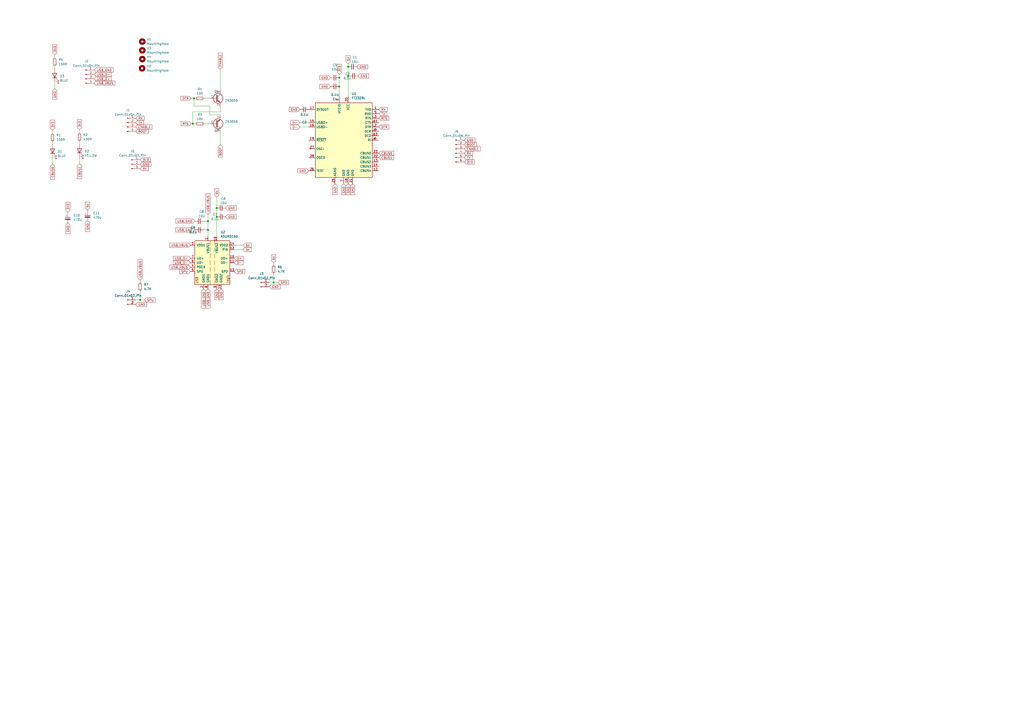
<source format=kicad_sch>
(kicad_sch (version 20231120) (generator "eeschema") (generator_version "8.0")
  (paper "A2")
  (lib_symbols
    (symbol "Connector:Conn_01x02_Pin" (pin_names (offset 1.016) hide)
      (property "Reference" "J" (at 0 2.54 0))
      (property "Value" "Conn_01x02_Pin" (at 0 -5.08 0))
      (symbol "Conn_01x02_Pin_1_1"
        (polyline (pts (xy 1.27 -2.54) (xy 0.8636 -2.54)) (stroke (width 0.1524)))
        (polyline (pts (xy 1.27 0) (xy 0.8636 0)) (stroke (width 0.1524)))
        (rectangle (start 0.8636 -2.413) (end 0 -2.667) (stroke (width 0.1524)) (fill (type outline)))
        (rectangle (start 0.8636 0.127) (end 0 -0.127) (stroke (width 0.1524)) (fill (type outline)))
        (pin passive line (at 5.08 0 180) (length 3.81) (name "Pin_1") (number "1"))
        (pin passive line (at 5.08 -2.54 180) (length 3.81) (name "Pin_2") (number "2"))
      )
    )
    (symbol "Connector:Conn_01x03_Pin" (pin_names (offset 1.016) hide)
      (property "Reference" "J" (at 0 5.08 0))
      (property "Value" "Conn_01x03_Pin" (at 0 -5.08 0))
      (symbol "Conn_01x03_Pin_1_1"
        (polyline (pts (xy 1.27 -2.54) (xy 0.8636 -2.54)) (stroke (width 0.1524)))
        (polyline (pts (xy 1.27 0) (xy 0.8636 0)) (stroke (width 0.1524)))
        (polyline (pts (xy 1.27 2.54) (xy 0.8636 2.54)) (stroke (width 0.1524)))
        (rectangle (start 0.8636 -2.413) (end 0 -2.667) (stroke (width 0.1524)) (fill (type outline)))
        (rectangle (start 0.8636 0.127) (end 0 -0.127) (stroke (width 0.1524)) (fill (type outline)))
        (rectangle (start 0.8636 2.667) (end 0 2.413) (stroke (width 0.1524)) (fill (type outline)))
        (pin passive line (at 5.08 2.54 180) (length 3.81) (name "Pin_1") (number "1"))
        (pin passive line (at 5.08 0 180) (length 3.81) (name "Pin_2") (number "2"))
        (pin passive line (at 5.08 -2.54 180) (length 3.81) (name "Pin_3") (number "3"))
      )
    )
    (symbol "Connector:Conn_01x04_Pin" (pin_names (offset 1.016) hide)
      (property "Reference" "J" (at 0 5.08 0))
      (property "Value" "Conn_01x04_Pin" (at 0 -7.62 0))
      (symbol "Conn_01x04_Pin_1_1"
        (polyline (pts (xy 1.27 -5.08) (xy 0.8636 -5.08)) (stroke (width 0.1524)))
        (polyline (pts (xy 1.27 -2.54) (xy 0.8636 -2.54)) (stroke (width 0.1524)))
        (polyline (pts (xy 1.27 0) (xy 0.8636 0)) (stroke (width 0.1524)))
        (polyline (pts (xy 1.27 2.54) (xy 0.8636 2.54)) (stroke (width 0.1524)))
        (rectangle (start 0.8636 -4.953) (end 0 -5.207) (stroke (width 0.1524)) (fill (type outline)))
        (rectangle (start 0.8636 -2.413) (end 0 -2.667) (stroke (width 0.1524)) (fill (type outline)))
        (rectangle (start 0.8636 0.127) (end 0 -0.127) (stroke (width 0.1524)) (fill (type outline)))
        (rectangle (start 0.8636 2.667) (end 0 2.413) (stroke (width 0.1524)) (fill (type outline)))
        (pin passive line (at 5.08 2.54 180) (length 3.81) (name "Pin_1") (number "1"))
        (pin passive line (at 5.08 0 180) (length 3.81) (name "Pin_2") (number "2"))
        (pin passive line (at 5.08 -2.54 180) (length 3.81) (name "Pin_3") (number "3"))
        (pin passive line (at 5.08 -5.08 180) (length 3.81) (name "Pin_4") (number "4"))
      )
    )
    (symbol "Connector:Conn_01x06_Pin" (pin_names (offset 1.016) hide)
      (property "Reference" "J" (at 0 7.62 0))
      (property "Value" "Conn_01x06_Pin" (at 0 -10.16 0))
      (symbol "Conn_01x06_Pin_1_1"
        (polyline (pts (xy 1.27 -7.62) (xy 0.8636 -7.62)) (stroke (width 0.1524)))
        (polyline (pts (xy 1.27 -5.08) (xy 0.8636 -5.08)) (stroke (width 0.1524)))
        (polyline (pts (xy 1.27 -2.54) (xy 0.8636 -2.54)) (stroke (width 0.1524)))
        (polyline (pts (xy 1.27 0) (xy 0.8636 0)) (stroke (width 0.1524)))
        (polyline (pts (xy 1.27 2.54) (xy 0.8636 2.54)) (stroke (width 0.1524)))
        (polyline (pts (xy 1.27 5.08) (xy 0.8636 5.08)) (stroke (width 0.1524)))
        (rectangle (start 0.8636 -7.493) (end 0 -7.747) (stroke (width 0.1524)) (fill (type outline)))
        (rectangle (start 0.8636 -4.953) (end 0 -5.207) (stroke (width 0.1524)) (fill (type outline)))
        (rectangle (start 0.8636 -2.413) (end 0 -2.667) (stroke (width 0.1524)) (fill (type outline)))
        (rectangle (start 0.8636 0.127) (end 0 -0.127) (stroke (width 0.1524)) (fill (type outline)))
        (rectangle (start 0.8636 2.667) (end 0 2.413) (stroke (width 0.1524)) (fill (type outline)))
        (rectangle (start 0.8636 5.207) (end 0 4.953) (stroke (width 0.1524)) (fill (type outline)))
        (pin passive line (at 5.08 5.08 180) (length 3.81) (name "Pin_1") (number "1"))
        (pin passive line (at 5.08 2.54 180) (length 3.81) (name "Pin_2") (number "2"))
        (pin passive line (at 5.08 0 180) (length 3.81) (name "Pin_3") (number "3"))
        (pin passive line (at 5.08 -2.54 180) (length 3.81) (name "Pin_4") (number "4"))
        (pin passive line (at 5.08 -5.08 180) (length 3.81) (name "Pin_5") (number "5"))
        (pin passive line (at 5.08 -7.62 180) (length 3.81) (name "Pin_6") (number "6"))
      )
    )
    (symbol "Device:C_Polarized_Small" (pin_numbers hide) (pin_names (offset 0.254) hide)
      (property "Reference" "C" (at 0.254 1.778 0))
      (property "Value" "C_Polarized_Small" (at 0.254 -2.032 0))
      (symbol "C_Polarized_Small_0_1"
        (rectangle (start -1.524 -0.3048) (end 1.524 -0.6858) (fill (type outline)))
        (rectangle (start -1.524 0.6858) (end 1.524 0.3048))
        (polyline (pts (xy -1.27 1.524) (xy -0.762 1.524)))
        (polyline (pts (xy -1.016 1.27) (xy -1.016 1.778)))
      )
      (symbol "C_Polarized_Small_1_1"
        (pin passive line (at 0 2.54 270) (length 1.8542) (name "~") (number "1"))
        (pin passive line (at 0 -2.54 90) (length 1.8542) (name "~") (number "2"))
      )
    )
    (symbol "Device:C_Small" (pin_numbers hide) (pin_names (offset 0.254) hide)
      (property "Reference" "C" (at 0.254 1.778 0))
      (property "Value" "C_Small" (at 0.254 -2.032 0))
      (symbol "C_Small_0_1"
        (polyline (pts (xy -1.524 -0.508) (xy 1.524 -0.508)) (stroke (width 0.3302)))
        (polyline (pts (xy -1.524 0.508) (xy 1.524 0.508)) (stroke (width 0.3048)))
      )
      (symbol "C_Small_1_1"
        (pin passive line (at 0 2.54 270) (length 2.032) (name "~") (number "1"))
        (pin passive line (at 0 -2.54 90) (length 2.032) (name "~") (number "2"))
      )
    )
    (symbol "Device:LED" (pin_numbers hide) (pin_names (offset 1.016) hide)
      (property "Reference" "D" (at 0 2.54 0))
      (property "Value" "LED" (at 0 -2.54 0))
      (symbol "LED_0_1"
        (polyline (pts (xy -1.27 -1.27) (xy -1.27 1.27)) (stroke (width 0.254)))
        (polyline (pts (xy -1.27 0) (xy 1.27 0)))
        (polyline (pts (xy 1.27 -1.27) (xy 1.27 1.27) (xy -1.27 0) (xy 1.27 -1.27)) (stroke (width 0.254)))
        (polyline (pts (xy -3.048 -0.762) (xy -4.572 -2.286) (xy -3.81 -2.286) (xy -4.572 -2.286) (xy -4.572 -1.524)))
        (polyline (pts (xy -1.778 -0.762) (xy -3.302 -2.286) (xy -2.54 -2.286) (xy -3.302 -2.286) (xy -3.302 -1.524)))
      )
      (symbol "LED_1_1"
        (pin passive line (at -3.81 0 0) (length 2.54) (name "K") (number "1"))
        (pin passive line (at 3.81 0 180) (length 2.54) (name "A") (number "2"))
      )
    )
    (symbol "Device:R_Small" (pin_numbers hide) (pin_names (offset 0.254) hide)
      (property "Reference" "R" (at 0.762 0.508 0))
      (property "Value" "R_Small" (at 0.762 -1.016 0))
      (symbol "R_Small_0_1"
        (rectangle (start -0.762 1.778) (end 0.762 -1.778) (stroke (width 0.2032)))
      )
      (symbol "R_Small_1_1"
        (pin passive line (at 0 2.54 270) (length 0.762) (name "~") (number "1"))
        (pin passive line (at 0 -2.54 90) (length 0.762) (name "~") (number "2"))
      )
    )
    (symbol "Interface_USB:ADUM3160" (pin_names (offset 1.016))
      (property "Reference" "U" (at -10.16 13.97 0))
      (property "Value" "ADUM3160" (at 3.81 13.97 0))
      (symbol "ADUM3160_0_0"
        (text "Logic" (at 8.89 -12.065 900) (effects (font (size 1.27 1.27)) (justify left)))
      )
      (symbol "ADUM3160_0_1"
        (rectangle (start -10.16 12.7) (end 10.16 -12.7) (stroke (width 0.254)) (fill (type background)))
        (polyline (pts (xy -1.27 -10.16) (xy -1.27 -12.7)))
        (polyline (pts (xy -1.27 -6.35) (xy -1.27 -8.89)))
        (polyline (pts (xy -1.27 -2.54) (xy -1.27 -5.08)))
        (polyline (pts (xy -1.27 1.27) (xy -1.27 -1.27)))
        (polyline (pts (xy -1.27 5.08) (xy -1.27 2.54)))
        (polyline (pts (xy -1.27 8.89) (xy -1.27 6.35)))
        (polyline (pts (xy -1.27 12.7) (xy -1.27 10.16)))
        (polyline (pts (xy 1.27 -10.16) (xy 1.27 -12.7)))
        (polyline (pts (xy 1.27 -6.35) (xy 1.27 -8.89)))
        (polyline (pts (xy 1.27 -2.54) (xy 1.27 -5.08)))
        (polyline (pts (xy 1.27 1.27) (xy 1.27 -1.27)))
        (polyline (pts (xy 1.27 5.08) (xy 1.27 2.54)))
        (polyline (pts (xy 1.27 8.89) (xy 1.27 6.35)))
        (polyline (pts (xy 1.27 12.7) (xy 1.27 10.16)))
      )
      (symbol "ADUM3160_1_0"
        (text "USB" (at -8.89 -12.065 900) (effects (font (size 1.27 1.27)) (justify left)))
      )
      (symbol "ADUM3160_1_1"
        (pin power_in line (at -2.54 15.24 270) (length 2.54) (name "VBUS1") (number "1"))
        (pin bidirectional line (at 12.7 2.54 180) (length 2.54) (name "DD+") (number "10"))
        (pin bidirectional line (at 12.7 0 180) (length 2.54) (name "DD-") (number "11"))
        (pin input line (at 12.7 7.62 180) (length 2.54) (name "PIN") (number "12"))
        (pin input line (at 12.7 -5.08 180) (length 2.54) (name "SPD") (number "13"))
        (pin power_in line (at 12.7 10.16 180) (length 2.54) (name "VDD2") (number "14"))
        (pin power_in line (at 5.08 -15.24 90) (length 2.54) (name "GND2") (number "15"))
        (pin power_in line (at 2.54 15.24 270) (length 2.54) (name "VBUS2") (number "16"))
        (pin power_in line (at -5.08 -15.24 90) (length 2.54) (name "GND1") (number "2"))
        (pin power_in line (at -12.7 10.16 0) (length 2.54) (name "VDD1") (number "3"))
        (pin input line (at -12.7 -2.54 0) (length 2.54) (name "PDEN") (number "4"))
        (pin input line (at -12.7 -5.08 0) (length 2.54) (name "SPU") (number "5"))
        (pin bidirectional line (at -12.7 0 0) (length 2.54) (name "UD-") (number "6"))
        (pin bidirectional line (at -12.7 2.54 0) (length 2.54) (name "UD+") (number "7"))
        (pin power_in line (at -2.54 -15.24 90) (length 2.54) (name "GND1") (number "8"))
        (pin power_in line (at 2.54 -15.24 90) (length 2.54) (name "GND2") (number "9"))
      )
    )
    (symbol "Interface_USB:FT232RL"
      (property "Reference" "U" (at -16.51 22.86 0))
      (property "Value" "FT232RL" (at 10.16 22.86 0))
      (symbol "FT232RL_0_1"
        (rectangle (start -16.51 21.59) (end 16.51 -21.59) (stroke (width 0.254)) (fill (type background)))
      )
      (symbol "FT232RL_1_1"
        (pin output line (at 20.32 17.78 180) (length 3.81) (name "TXD") (number "1"))
        (pin input input_low (at 20.32 2.54 180) (length 3.81) (name "DCD") (number "10"))
        (pin input input_low (at 20.32 10.16 180) (length 3.81) (name "CTS") (number "11"))
        (pin bidirectional line (at 20.32 -17.78 180) (length 3.81) (name "CBUS4") (number "12"))
        (pin bidirectional line (at 20.32 -12.7 180) (length 3.81) (name "CBUS2") (number "13"))
        (pin bidirectional line (at 20.32 -15.24 180) (length 3.81) (name "CBUS3") (number "14"))
        (pin bidirectional line (at -20.32 10.16 0) (length 3.81) (name "USBD+") (number "15"))
        (pin bidirectional line (at -20.32 7.62 0) (length 3.81) (name "USBD-") (number "16"))
        (pin power_out line (at -20.32 17.78 0) (length 3.81) (name "3V3OUT") (number "17"))
        (pin power_in line (at 2.54 -25.4 90) (length 3.81) (name "GND") (number "18"))
        (pin input line (at -20.32 0 0) (length 3.81) (name "~{RESET}") (number "19"))
        (pin output output_low (at 20.32 7.62 180) (length 3.81) (name "DTR") (number "2"))
        (pin power_in line (at 2.54 25.4 270) (length 3.81) (name "VCC") (number "20"))
        (pin power_in line (at 5.08 -25.4 90) (length 3.81) (name "GND") (number "21"))
        (pin bidirectional line (at 20.32 -10.16 180) (length 3.81) (name "CBUS1") (number "22"))
        (pin bidirectional line (at 20.32 -7.62 180) (length 3.81) (name "CBUS0") (number "23"))
        (pin power_in line (at -5.08 -25.4 90) (length 3.81) (name "AGND") (number "25"))
        (pin input line (at -20.32 -17.78 0) (length 3.81) (name "TEST") (number "26"))
        (pin input line (at -20.32 -5.08 0) (length 3.81) (name "OSCI") (number "27"))
        (pin output line (at -20.32 -10.16 0) (length 3.81) (name "OSCO") (number "28"))
        (pin output output_low (at 20.32 12.7 180) (length 3.81) (name "RTS") (number "3"))
        (pin power_in line (at -2.54 25.4 270) (length 3.81) (name "VCCIO") (number "4"))
        (pin input line (at 20.32 15.24 180) (length 3.81) (name "RXD") (number "5"))
        (pin input input_low (at 20.32 0 180) (length 3.81) (name "RI") (number "6"))
        (pin power_in line (at 0 -25.4 90) (length 3.81) (name "GND") (number "7"))
        (pin input input_low (at 20.32 5.08 180) (length 3.81) (name "DCR") (number "9"))
      )
    )
    (symbol "Mechanical:MountingHole" (pin_names (offset 1.016))
      (property "Reference" "H" (at 0 5.08 0))
      (property "Value" "MountingHole" (at 0 3.175 0))
      (symbol "MountingHole_0_1"
        (circle (center 0 0) (radius 1.27) (stroke (width 1.27)))
      )
    )
    (symbol "Transistor_BJT:2N3055" (pin_names (offset 0) hide)
      (property "Reference" "Q" (at 5.08 1.905 0))
      (property "Value" "2N3055" (at 5.08 0 0))
      (symbol "2N3055_0_1"
        (polyline (pts (xy 0.635 0.635) (xy 2.54 2.54)))
        (polyline (pts (xy 0.635 -0.635) (xy 2.54 -2.54) (xy 2.54 -2.54)))
        (polyline (pts (xy 0.635 1.905) (xy 0.635 -1.905) (xy 0.635 -1.905)) (stroke (width 0.508)))
        (polyline (pts (xy 1.27 -1.778) (xy 1.778 -1.27) (xy 2.286 -2.286) (xy 1.27 -1.778) (xy 1.27 -1.778)) (fill (type outline)))
        (circle (center 1.27 0) (radius 2.8194) (stroke (width 0.254)))
      )
      (symbol "2N3055_1_1"
        (pin input line (at -5.08 0 0) (length 5.715) (name "B") (number "1"))
        (pin passive line (at 2.54 -5.08 90) (length 2.54) (name "E") (number "2"))
        (pin passive line (at 2.54 5.08 270) (length 2.54) (name "C") (number "3"))
      )
    )
  )
  (junction (at 111.8931 71.7787))
  (junction (at 125.73 120.65))
  (junction (at 201.93 44.069))
  (junction (at 158.75 163.83))
  (junction (at 201.93 38.735))
  (junction (at 120.65 128.27))
  (junction (at 81.28 173.99))
  (junction (at 196.85 45.085))
  (junction (at 125.73 125.73))
  (junction (at 120.65 133.35))
  (junction (at 196.85 50.165))
  (junction (at 112.5281 57.0467))
  (wire (pts (xy 46.101 94.996) (xy 46.101 91.186)))
  (wire (pts (xy 121.6721 66.6987) (xy 121.6721 61.4917)))
  (wire (pts (xy 120.65 128.27) (xy 120.65 133.35)))
  (wire (pts (xy 173.99 73.66) (xy 179.07 73.66)))
  (wire (pts (xy 202.565 44.069) (xy 201.93 44.069)))
  (wire (pts (xy 30.48 77.216) (xy 30.48 75.565)))
  (wire (pts (xy 196.85 45.085) (xy 196.85 50.165)))
  (wire (pts (xy 46.101 83.566) (xy 46.101 82.042)))
  (wire (pts (xy 125.73 120.65) (xy 125.73 125.73)))
  (wire (pts (xy 30.48 95.25) (xy 30.48 91.44)))
  (wire (pts (xy 30.48 83.82) (xy 30.48 82.296)))
  (wire (pts (xy 111.8931 64.9207) (xy 127.7681 64.9207)))
  (wire (pts (xy 173.99 71.12) (xy 179.07 71.12)))
  (wire (pts (xy 31.75 40.005) (xy 31.75 38.481)))
  (wire (pts (xy 127.7681 40.1557) (xy 127.7681 51.9667)))
  (wire (pts (xy 158.75 158.75) (xy 158.75 163.83)))
  (wire (pts (xy 112.5281 57.0467) (xy 113.4171 57.0467)))
  (wire (pts (xy 31.75 33.401) (xy 31.75 31.75)))
  (wire (pts (xy 118.4971 57.0467) (xy 120.1481 57.0467)))
  (wire (pts (xy 140.97 144.78) (xy 135.89 144.78)))
  (wire (pts (xy 196.85 43.18) (xy 196.85 45.085)))
  (wire (pts (xy 161.29 163.83) (xy 158.75 163.83)))
  (wire (pts (xy 31.75 51.435) (xy 31.75 47.625)))
  (wire (pts (xy 158.75 163.83) (xy 156.21 163.83)))
  (wire (pts (xy 120.65 133.35) (xy 120.65 137.16)))
  (wire (pts (xy 81.28 162.56) (xy 81.28 163.83)))
  (wire (pts (xy 112.5281 57.0467) (xy 112.5281 61.4917)))
  (wire (pts (xy 118.11 133.35) (xy 120.65 133.35)))
  (wire (pts (xy 81.28 168.91) (xy 81.28 173.99)))
  (wire (pts (xy 46.101 76.962) (xy 46.101 75.311)))
  (wire (pts (xy 50.8 121.92) (xy 50.8 122.936)))
  (wire (pts (xy 127.7681 62.1267) (xy 127.7681 64.9207)))
  (wire (pts (xy 111.8931 71.7787) (xy 113.4171 71.7787)))
  (wire (pts (xy 201.93 44.069) (xy 201.93 55.88)))
  (wire (pts (xy 110.8771 71.7787) (xy 111.8931 71.7787)))
  (wire (pts (xy 158.75 152.4) (xy 158.75 153.67)))
  (wire (pts (xy 111.8931 64.9207) (xy 111.8931 71.7787)))
  (wire (pts (xy 125.73 125.73) (xy 125.73 137.16)))
  (wire (pts (xy 125.73 114.3) (xy 125.73 120.65)))
  (wire (pts (xy 39.37 123.19) (xy 39.37 124.206)))
  (wire (pts (xy 83.82 173.99) (xy 81.28 173.99)))
  (wire (pts (xy 81.28 173.99) (xy 78.74 173.99)))
  (wire (pts (xy 120.65 124.46) (xy 120.65 128.27)))
  (wire (pts (xy 140.97 142.24) (xy 135.89 142.24)))
  (wire (pts (xy 110.8771 57.0467) (xy 112.5281 57.0467)))
  (wire (pts (xy 196.85 50.165) (xy 196.85 55.88)))
  (wire (pts (xy 201.93 38.735) (xy 201.93 44.069)))
  (wire (pts (xy 201.93 36.957) (xy 201.93 38.735)))
  (wire (pts (xy 127.7681 76.8587) (xy 127.7681 83.9707)))
  (wire (pts (xy 118.11 128.27) (xy 120.65 128.27)))
  (wire (pts (xy 112.5281 61.4917) (xy 121.6721 61.4917)))
  (wire (pts (xy 127.7681 66.6987) (xy 121.6721 66.6987)))
  (wire (pts (xy 118.4971 71.7787) (xy 120.1481 71.7787)))
  (global_label "GND" (shape input) (at 31.75 51.435 270) (property "Intersheetrefs" "${INTERSHEET_REFS}" (effects (hide yes))))
  (global_label "3V3" (shape input) (at 39.37 123.19 90) (property "Intersheetrefs" "${INTERSHEET_REFS}" (effects (hide yes))))
  (global_label "GND" (shape input) (at 194.31 106.68 270) (property "Intersheetrefs" "${INTERSHEET_REFS}" (effects (hide yes))))
  (global_label "USB_D-" (shape input) (at 54.61 43.18 0) (property "Intersheetrefs" "${INTERSHEET_REFS}" (effects (hide yes))))
  (global_label "DTR" (shape input) (at 110.8771 57.0467 180) (property "Intersheetrefs" "${INTERSHEET_REFS}" (effects (hide yes))))
  (global_label "CBUS1" (shape input) (at 219.71 91.44 0) (property "Intersheetrefs" "${INTERSHEET_REFS}" (effects (hide yes))))
  (global_label "USB_GND" (shape input) (at 113.03 128.27 180) (property "Intersheetrefs" "${INTERSHEET_REFS}" (effects (hide yes))))
  (global_label "RX" (shape input) (at 219.71 63.5 0) (property "Intersheetrefs" "${INTERSHEET_REFS}" (effects (hide yes))))
  (global_label "3V3" (shape input) (at 196.85 43.18 90) (property "Intersheetrefs" "${INTERSHEET_REFS}" (effects (hide yes))))
  (global_label "3V3" (shape input) (at 81.28 92.71 0) (property "Intersheetrefs" "${INTERSHEET_REFS}" (effects (hide yes))))
  (global_label "ENABLE" (shape input) (at 269.24 86.36 0) (property "Intersheetrefs" "${INTERSHEET_REFS}" (effects (hide yes))))
  (global_label "GND" (shape input) (at 207.01 38.735 0) (property "Intersheetrefs" "${INTERSHEET_REFS}" (effects (hide yes))))
  (global_label "RTS" (shape input) (at 110.8771 71.7787 180) (property "Intersheetrefs" "${INTERSHEET_REFS}" (effects (hide yes))))
  (global_label "GND" (shape input) (at 179.07 99.06 180) (property "Intersheetrefs" "${INTERSHEET_REFS}" (effects (hide yes))))
  (global_label "GND" (shape input) (at 130.81 120.65 0) (property "Intersheetrefs" "${INTERSHEET_REFS}" (effects (hide yes))))
  (global_label "ENABLE" (shape input) (at 127.7681 40.1557 90) (property "Intersheetrefs" "${INTERSHEET_REFS}" (effects (hide yes))))
  (global_label "GND" (shape input) (at 128.27 167.64 270) (property "Intersheetrefs" "${INTERSHEET_REFS}" (effects (hide yes))))
  (global_label "5V" (shape input) (at 201.93 36.957 90) (property "Intersheetrefs" "${INTERSHEET_REFS}" (effects (hide yes))))
  (global_label "RTS" (shape input) (at 219.71 68.58 0) (property "Intersheetrefs" "${INTERSHEET_REFS}" (effects (hide yes))))
  (global_label "GND" (shape input) (at 269.24 81.28 0) (property "Intersheetrefs" "${INTERSHEET_REFS}" (effects (hide yes))))
  (global_label "3V3" (shape input) (at 46.101 75.311 90) (property "Intersheetrefs" "${INTERSHEET_REFS}" (effects (hide yes))))
  (global_label "TX" (shape input) (at 219.71 66.04 0) (property "Intersheetrefs" "${INTERSHEET_REFS}" (effects (hide yes))))
  (global_label "BOOT" (shape input) (at 78.74 76.2 0) (property "Intersheetrefs" "${INTERSHEET_REFS}" (effects (hide yes))))
  (global_label "USB_GND" (shape input) (at 113.03 133.35 180) (property "Intersheetrefs" "${INTERSHEET_REFS}" (effects (hide yes))))
  (global_label "5V" (shape input) (at 125.73 114.3 90) (property "Intersheetrefs" "${INTERSHEET_REFS}" (effects (hide yes))))
  (global_label "CBUS1" (shape input) (at 46.101 94.996 270) (property "Intersheetrefs" "${INTERSHEET_REFS}" (effects (hide yes))))
  (global_label "USB_D+" (shape input) (at 54.61 45.72 0) (property "Intersheetrefs" "${INTERSHEET_REFS}" (effects (hide yes))))
  (global_label "D+" (shape input) (at 135.89 149.86 0) (property "Intersheetrefs" "${INTERSHEET_REFS}" (effects (hide yes))))
  (global_label "5V" (shape input) (at 140.97 142.24 0) (property "Intersheetrefs" "${INTERSHEET_REFS}" (effects (hide yes))))
  (global_label "USB_D-" (shape input) (at 110.49 152.4 180) (property "Intersheetrefs" "${INTERSHEET_REFS}" (effects (hide yes))))
  (global_label "TX" (shape input) (at 269.24 91.44 0) (property "Intersheetrefs" "${INTERSHEET_REFS}" (effects (hide yes))))
  (global_label "5V" (shape input) (at 158.75 152.4 90) (property "Intersheetrefs" "${INTERSHEET_REFS}" (effects (hide yes))))
  (global_label "GND" (shape input) (at 199.39 106.68 270) (property "Intersheetrefs" "${INTERSHEET_REFS}" (effects (hide yes))))
  (global_label "GND" (shape input) (at 81.28 95.25 0) (property "Intersheetrefs" "${INTERSHEET_REFS}" (effects (hide yes))))
  (global_label "GND" (shape input) (at 201.93 106.68 270) (property "Intersheetrefs" "${INTERSHEET_REFS}" (effects (hide yes))))
  (global_label "3V3" (shape input) (at 31.75 31.75 90) (property "Intersheetrefs" "${INTERSHEET_REFS}" (effects (hide yes))))
  (global_label "TX" (shape input) (at 78.74 71.12 0) (property "Intersheetrefs" "${INTERSHEET_REFS}" (effects (hide yes))))
  (global_label "GND" (shape input) (at 39.37 129.286 270) (property "Intersheetrefs" "${INTERSHEET_REFS}" (effects (hide yes))))
  (global_label "SPU" (shape input) (at 110.49 157.48 180) (property "Intersheetrefs" "${INTERSHEET_REFS}" (effects (hide yes))))
  (global_label "USB_GND" (shape input) (at 118.11 167.64 270) (property "Intersheetrefs" "${INTERSHEET_REFS}" (effects (hide yes))))
  (global_label "USB_VBUS" (shape input) (at 81.28 162.56 90) (property "Intersheetrefs" "${INTERSHEET_REFS}" (effects (hide yes))))
  (global_label "USB_VBUS" (shape input) (at 54.61 48.26 0) (property "Intersheetrefs" "${INTERSHEET_REFS}" (effects (hide yes))))
  (global_label "GND" (shape input) (at 207.645 44.069 0) (property "Intersheetrefs" "${INTERSHEET_REFS}" (effects (hide yes))))
  (global_label "5V" (shape input) (at 140.97 144.78 0) (property "Intersheetrefs" "${INTERSHEET_REFS}" (effects (hide yes))))
  (global_label "SPD" (shape input) (at 135.89 157.48 0) (property "Intersheetrefs" "${INTERSHEET_REFS}" (effects (hide yes))))
  (global_label "5V" (shape input) (at 81.28 97.79 0) (property "Intersheetrefs" "${INTERSHEET_REFS}" (effects (hide yes))))
  (global_label "GND" (shape input) (at 191.77 45.085 180) (property "Intersheetrefs" "${INTERSHEET_REFS}" (effects (hide yes))))
  (global_label "GND" (shape input) (at 125.73 167.64 270) (property "Intersheetrefs" "${INTERSHEET_REFS}" (effects (hide yes))))
  (global_label "3V3" (shape input) (at 30.48 75.565 90) (property "Intersheetrefs" "${INTERSHEET_REFS}" (effects (hide yes))))
  (global_label "USB_GND" (shape input) (at 54.61 40.64 0) (property "Intersheetrefs" "${INTERSHEET_REFS}" (effects (hide yes))))
  (global_label "GND" (shape input) (at 156.21 166.37 0) (property "Intersheetrefs" "${INTERSHEET_REFS}" (effects (hide yes))))
  (global_label "BOOT" (shape input) (at 127.7681 83.9707 270) (property "Intersheetrefs" "${INTERSHEET_REFS}" (effects (hide yes))))
  (global_label "GND" (shape input) (at 130.81 125.73 0) (property "Intersheetrefs" "${INTERSHEET_REFS}" (effects (hide yes))))
  (global_label "GND" (shape input) (at 173.99 63.5 180) (property "Intersheetrefs" "${INTERSHEET_REFS}" (effects (hide yes))))
  (global_label "5V" (shape input) (at 50.8 121.92 90) (property "Intersheetrefs" "${INTERSHEET_REFS}" (effects (hide yes))))
  (global_label "CBUS0" (shape input) (at 219.71 88.9 0) (property "Intersheetrefs" "${INTERSHEET_REFS}" (effects (hide yes))))
  (global_label "RX" (shape input) (at 269.24 88.9 0) (property "Intersheetrefs" "${INTERSHEET_REFS}" (effects (hide yes))))
  (global_label "DTR" (shape input) (at 219.71 73.66 0) (property "Intersheetrefs" "${INTERSHEET_REFS}" (effects (hide yes))))
  (global_label "3V3" (shape input) (at 269.24 93.98 0) (property "Intersheetrefs" "${INTERSHEET_REFS}" (effects (hide yes))))
  (global_label "SPD" (shape input) (at 161.29 163.83 0) (property "Intersheetrefs" "${INTERSHEET_REFS}" (effects (hide yes))))
  (global_label "CBUS0" (shape input) (at 30.48 95.25 270) (property "Intersheetrefs" "${INTERSHEET_REFS}" (effects (hide yes))))
  (global_label "USB_VBUS" (shape input) (at 120.65 124.46 90) (property "Intersheetrefs" "${INTERSHEET_REFS}" (effects (hide yes))))
  (global_label "GND" (shape input) (at 204.47 106.68 270) (property "Intersheetrefs" "${INTERSHEET_REFS}" (effects (hide yes))))
  (global_label "GND" (shape input) (at 50.8 128.016 270) (property "Intersheetrefs" "${INTERSHEET_REFS}" (effects (hide yes))))
  (global_label "RX" (shape input) (at 78.74 68.58 0) (property "Intersheetrefs" "${INTERSHEET_REFS}" (effects (hide yes))))
  (global_label "SPU" (shape input) (at 83.82 173.99 0) (property "Intersheetrefs" "${INTERSHEET_REFS}" (effects (hide yes))))
  (global_label "ENABLE" (shape input) (at 78.74 73.66 0) (property "Intersheetrefs" "${INTERSHEET_REFS}" (effects (hide yes))))
  (global_label "USB_VBUS" (shape input) (at 110.49 154.94 180) (property "Intersheetrefs" "${INTERSHEET_REFS}" (effects (hide yes))))
  (global_label "GND" (shape input) (at 191.77 50.165 180) (property "Intersheetrefs" "${INTERSHEET_REFS}" (effects (hide yes))))
  (global_label "GND" (shape input) (at 78.74 176.53 0) (property "Intersheetrefs" "${INTERSHEET_REFS}" (effects (hide yes))))
  (global_label "D-" (shape input) (at 173.99 73.66 180) (property "Intersheetrefs" "${INTERSHEET_REFS}" (effects (hide yes))))
  (global_label "D-" (shape input) (at 135.89 152.4 0) (property "Intersheetrefs" "${INTERSHEET_REFS}" (effects (hide yes))))
  (global_label "USB_D+" (shape input) (at 110.49 149.86 180) (property "Intersheetrefs" "${INTERSHEET_REFS}" (effects (hide yes))))
  (global_label "BOOT" (shape input) (at 269.24 83.82 0) (property "Intersheetrefs" "${INTERSHEET_REFS}" (effects (hide yes))))
  (global_label "USB_GND" (shape input) (at 120.65 167.64 270) (property "Intersheetrefs" "${INTERSHEET_REFS}" (effects (hide yes))))
  (global_label "D+" (shape input) (at 173.99 71.12 180) (property "Intersheetrefs" "${INTERSHEET_REFS}" (effects (hide yes))))
  (global_label "USB_VBUS" (shape input) (at 110.49 142.24 180) (property "Intersheetrefs" "${INTERSHEET_REFS}" (effects (hide yes))))
  (symbol (lib_id "Device:C_Polarized_Small") (at 39.37 126.746 0) (unit 1)
    (property "Reference" "C10" (at 42.545 124.9299 0) (effects (justify left)))
    (property "Value" "470u" (at 42.545 127.4699 0) (effects (justify left)))
    (property "Footprint" "Capacitor_THT:CP_Radial_D6.3mm_P2.50mm" (effects (hide yes)))
  )
  (symbol (lib_id "Device:LED") (at 46.101 87.376 90) (unit 1)
    (property "Reference" "D2" (at 49.022 87.6934 90) (effects (justify right)))
    (property "Value" "YELLOW" (at 49.022 90.2334 90) (effects (justify right)))
    (property "Footprint" "LED_SMD:LED_0603_1608Metric_Pad1.05x0.95mm_HandSolder" (effects (hide yes)))
    (property "LCSC" "XL-1608UBC-04" (effects (hide yes)))
  )
  (symbol (lib_id "Device:R_Small") (at 31.75 35.941 0) (unit 1)
    (property "Reference" "R5" (at 33.909 34.6709 0) (effects (justify left)))
    (property "Value" "150R" (at 33.909 37.2109 0) (effects (justify left)))
    (property "Footprint" "Resistor_SMD:R_0603_1608Metric_Pad0.98x0.95mm_HandSolder" (effects (hide yes)))
  )
  (symbol (lib_id "Device:C_Small") (at 115.57 128.27 90) (unit 1)
    (property "Reference" "C8" (at 116.967 122.809 90))
    (property "Value" "10U" (at 116.967 125.349 90))
    (property "Footprint" "Capacitor_SMD:C_1206_3216Metric_Pad1.33x1.80mm_HandSolder" (effects (hide yes)))
  )
  (symbol (lib_id "Mechanical:MountingHole") (at 82.55 34.29 0) (unit 1)
    (property "Reference" "H4" (at 85.09 33.0199 0) (effects (justify left)))
    (property "Value" "MountingHole" (at 85.09 35.5599 0) (effects (justify left)))
    (property "Footprint" "MountingHole:MountingHole_3.2mm_M3_DIN965_Pad_TopOnly" (effects (hide yes)))
  )
  (symbol (lib_id "Transistor_BJT:2N3055") (at 125.2281 57.0467 0) (unit 1)
    (property "Reference" "Q1" (at 124.3391 53.1097 0) (effects (justify left)))
    (property "Value" "2N3055" (at 130.4351 58.3166 0) (effects (justify left)))
    (property "Footprint" "Package_TO_SOT_SMD:TSOT-23" (effects (hide yes)))
    (property "Datasheet" "http://www.onsemi.com/pub_link/Collateral/2N3055-D.PDF" (effects (hide yes)))
  )
  (symbol (lib_id "Connector:Conn_01x02_Pin") (at 151.13 163.83 0) (unit 1)
    (property "Reference" "J3" (at 151.765 158.75 0))
    (property "Value" "Conn_01x02_Pin" (at 151.765 161.29 0))
    (property "Footprint" "Connector_PinHeader_2.54mm:PinHeader_1x02_P2.54mm_Vertical" (effects (hide yes)))
    (property "Description" "Generic connector, single row, 01x02, script generated" (effects (hide yes)))
  )
  (symbol (lib_id "Device:R_Small") (at 30.48 79.756 0) (unit 1)
    (property "Reference" "R1" (at 32.639 78.4859 0) (effects (justify left)))
    (property "Value" "150R" (at 32.639 81.0259 0) (effects (justify left)))
    (property "Footprint" "Resistor_SMD:R_0603_1608Metric_Pad0.98x0.95mm_HandSolder" (effects (hide yes)))
  )
  (symbol (lib_id "Device:LED") (at 31.75 43.815 90) (unit 1)
    (property "Reference" "D3" (at 34.671 44.1324 90) (effects (justify right)))
    (property "Value" "BLUE" (at 34.671 46.6724 90) (effects (justify right)))
    (property "Footprint" "LED_SMD:LED_0603_1608Metric_Pad1.05x0.95mm_HandSolder" (effects (hide yes)))
    (property "LCSC" "XL-1608UBC-04" (effects (hide yes)))
  )
  (symbol (lib_id "Interface_USB:FT232RL") (at 199.39 81.28 0) (unit 1)
    (property "Reference" "U1" (at 203.9494 54.356 0) (effects (justify left)))
    (property "Value" "FT232RL" (at 203.9494 56.896 0) (effects (justify left)))
    (property "Footprint" "Package_SO:SSOP-28_5.3x10.2mm_P0.65mm" (effects (hide yes)))
    (property "Datasheet" "https://www.ftdichip.com/Support/Documents/DataSheets/ICs/DS_FT232R.pdf" (effects (hide yes)))
  )
  (symbol (lib_id "Connector:Conn_01x06_Pin") (at 264.16 86.36 0) (unit 1)
    (property "Reference" "J6" (at 264.795 76.2 0))
    (property "Value" "Conn_01x06_Pin" (at 264.795 78.74 0))
    (property "Footprint" "Connector_PinHeader_2.54mm:PinHeader_1x06_P2.54mm_Vertical" (effects (hide yes)))
    (property "Description" "Generic connector, single row, 01x06, script generated" (effects (hide yes)))
  )
  (symbol (lib_id "Device:R_Small") (at 46.101 79.502 0) (unit 1)
    (property "Reference" "R2" (at 48.26 78.2319 0) (effects (justify left)))
    (property "Value" "430R" (at 48.26 80.7719 0) (effects (justify left)))
    (property "Footprint" "Resistor_SMD:R_0603_1608Metric_Pad0.98x0.95mm_HandSolder" (effects (hide yes)))
  )
  (symbol (lib_id "Connector:Conn_01x03_Pin") (at 76.2 95.25 0) (unit 1)
    (property "Reference" "J5" (at 76.835 87.63 0))
    (property "Value" "Conn_01x03_Pin" (at 76.835 90.17 0))
    (property "Footprint" "Connector_JST:JST_PH_B3B-PH-K_1x03_P2.00mm_Vertical" (effects (hide yes)))
    (property "Description" "Generic connector, single row, 01x03, script generated" (effects (hide yes)))
  )
  (symbol (lib_id "Device:C_Small") (at 128.27 120.65 90) (unit 1)
    (property "Reference" "C6" (at 129.667 115.189 90))
    (property "Value" "10U" (at 129.667 117.729 90))
    (property "Footprint" "Capacitor_SMD:C_1206_3216Metric_Pad1.33x1.80mm_HandSolder" (effects (hide yes)))
  )
  (symbol (lib_id "Device:C_Polarized_Small") (at 50.8 125.476 0) (unit 1)
    (property "Reference" "C11" (at 53.975 123.6599 0) (effects (justify left)))
    (property "Value" "470u" (at 53.975 126.1999 0) (effects (justify left)))
    (property "Footprint" "Capacitor_THT:CP_Radial_D6.3mm_P2.50mm" (effects (hide yes)))
  )
  (symbol (lib_id "Device:C_Small") (at 194.31 50.165 270) (unit 1)
    (property "Reference" "C4" (at 194.3037 57.531 90))
    (property "Value" "0.1U" (at 194.3037 54.991 90))
    (property "Footprint" "Capacitor_SMD:C_0805_2012Metric_Pad1.18x1.45mm_HandSolder" (effects (hide yes)))
  )
  (symbol (lib_id "Transistor_BJT:2N3055") (at 125.2281 71.7787 0) (mirror x) (unit 1)
    (property "Reference" "Q2" (at 124.3391 75.7157 0) (effects (justify left)))
    (property "Value" "2N3055" (at 130.4351 70.5088 0) (effects (justify left)))
    (property "Footprint" "Package_TO_SOT_SMD:TSOT-23" (effects (hide yes)))
    (property "Datasheet" "http://www.onsemi.com/pub_link/Collateral/2N3055-D.PDF" (effects (hide yes)))
  )
  (symbol (lib_id "Device:R_Small") (at 158.75 156.21 0) (unit 1)
    (property "Reference" "R6" (at 160.909 154.9399 0) (effects (justify left)))
    (property "Value" "4.7K" (at 160.909 157.4799 0) (effects (justify left)))
    (property "Footprint" "Resistor_SMD:R_0603_1608Metric_Pad0.98x0.95mm_HandSolder" (effects (hide yes)))
  )
  (symbol (lib_id "Device:C_Small") (at 194.31 45.085 270) (unit 1)
    (property "Reference" "C5" (at 194.3036 37.719 90))
    (property "Value" "10U" (at 194.3036 40.259 90))
    (property "Footprint" "Capacitor_SMD:C_1206_3216Metric_Pad1.33x1.80mm_HandSolder" (effects (hide yes)))
  )
  (symbol (lib_id "Device:R_Small") (at 81.28 166.37 0) (unit 1)
    (property "Reference" "R7" (at 83.439 165.0999 0) (effects (justify left)))
    (property "Value" "4.7K" (at 83.439 167.6399 0) (effects (justify left)))
    (property "Footprint" "Resistor_SMD:R_0603_1608Metric_Pad0.98x0.95mm_HandSolder" (effects (hide yes)))
  )
  (symbol (lib_id "Connector:Conn_01x04_Pin") (at 49.53 43.18 0) (unit 1)
    (property "Reference" "J2" (at 50.165 35.56 0))
    (property "Value" "Conn_01x04_Pin" (at 50.165 38.1 0))
    (property "Footprint" "Connector_JST:JST_PH_B4B-PH-K_1x04_P2.00mm_Vertical" (effects (hide yes)))
    (property "Description" "Generic connector, single row, 01x04, script generated" (effects (hide yes)))
  )
  (symbol (lib_id "Mechanical:MountingHole") (at 82.55 29.21 0) (unit 1)
    (property "Reference" "H3" (at 85.09 27.9399 0) (effects (justify left)))
    (property "Value" "MountingHole" (at 85.09 30.4799 0) (effects (justify left)))
    (property "Footprint" "MountingHole:MountingHole_3.2mm_M3_DIN965_Pad_TopOnly" (effects (hide yes)))
  )
  (symbol (lib_id "Device:C_Small") (at 115.57 133.35 90) (unit 1)
    (property "Reference" "C9" (at 112.014 132.08 90))
    (property "Value" "0.1U" (at 112.014 134.62 90))
    (property "Footprint" "Capacitor_SMD:C_0805_2012Metric_Pad1.18x1.45mm_HandSolder" (effects (hide yes)))
  )
  (symbol (lib_id "Device:R_Small") (at 115.9571 57.0467 90) (unit 1)
    (property "Reference" "R4" (at 115.9571 51.7127 90))
    (property "Value" "10K" (at 115.9571 54.2527 90))
    (property "Footprint" "Resistor_SMD:R_0603_1608Metric_Pad0.98x0.95mm_HandSolder" (effects (hide yes)))
  )
  (symbol (lib_id "Device:C_Small") (at 205.105 44.069 90) (unit 1)
    (property "Reference" "C3" (at 201.549 42.799 90))
    (property "Value" "0.1U" (at 201.549 45.339 90))
    (property "Footprint" "Capacitor_SMD:C_0805_2012Metric_Pad1.18x1.45mm_HandSolder" (effects (hide yes)))
  )
  (symbol (lib_id "Mechanical:MountingHole") (at 82.55 24.13 0) (unit 1)
    (property "Reference" "H1" (at 85.09 22.8599 0) (effects (justify left)))
    (property "Value" "MountingHole" (at 85.09 25.3999 0) (effects (justify left)))
    (property "Footprint" "MountingHole:MountingHole_3.2mm_M3_DIN965_Pad_TopOnly" (effects (hide yes)))
  )
  (symbol (lib_id "Connector:Conn_01x02_Pin") (at 73.66 173.99 0) (unit 1)
    (property "Reference" "J4" (at 74.295 168.91 0))
    (property "Value" "Conn_01x02_Pin" (at 74.295 171.45 0))
    (property "Footprint" "Connector_PinHeader_2.54mm:PinHeader_1x02_P2.54mm_Vertical" (effects (hide yes)))
    (property "Description" "Generic connector, single row, 01x02, script generated" (effects (hide yes)))
  )
  (symbol (lib_id "Interface_USB:ADUM3160") (at 123.19 152.4 0) (unit 1)
    (property "Reference" "U2" (at 127.9241 134.62 0) (effects (justify left)))
    (property "Value" "ADUM3160" (at 127.9241 137.16 0) (effects (justify left)))
    (property "Footprint" "Package_SO:SOIC-16W_7.5x10.3mm_P1.27mm" (effects (hide yes)))
    (property "Datasheet" "https://www.analog.com/media/en/technical-documentation/data-sheets/ADuM3160.pdf" (effects (hide yes)))
    (property "Description" "Full/Low Speed, iCoupler USB Digital Isolator, 2.5kV protection" (effects (hide yes)))
    (property "Mouser" "584-ADUM3160BRWZ-R" (effects (hide yes)))
  )
  (symbol (lib_id "Mechanical:MountingHole") (at 82.423 39.624 0) (unit 1)
    (property "Reference" "H2" (at 84.963 38.3539 0) (effects (justify left)))
    (property "Value" "MountingHole" (at 84.963 40.8939 0) (effects (justify left)))
    (property "Footprint" "MountingHole:MountingHole_3.2mm_M3_DIN965_Pad_TopOnly" (effects (hide yes)))
  )
  (symbol (lib_id "Device:C_Small") (at 204.47 38.735 90) (unit 1)
    (property "Reference" "C1" (at 205.867 33.274 90))
    (property "Value" "10U" (at 205.867 35.814 90))
    (property "Footprint" "Capacitor_SMD:C_1206_3216Metric_Pad1.33x1.80mm_HandSolder" (effects (hide yes)))
  )
  (symbol (lib_id "Connector:Conn_01x04_Pin") (at 73.66 71.12 0) (unit 1)
    (property "Reference" "J1" (at 74.295 63.881 0))
    (property "Value" "Conn_01x04_Pin" (at 74.295 66.421 0))
    (property "Footprint" "Connector_JST:JST_PH_B4B-PH-K_1x04_P2.00mm_Vertical" (effects (hide yes)))
  )
  (symbol (lib_id "Device:C_Small") (at 128.27 125.73 90) (unit 1)
    (property "Reference" "C7" (at 124.714 124.46 90))
    (property "Value" "0.1U" (at 124.714 127 90))
    (property "Footprint" "Capacitor_SMD:C_0805_2012Metric_Pad1.18x1.45mm_HandSolder" (effects (hide yes)))
  )
  (symbol (lib_id "Device:LED") (at 30.48 87.63 90) (unit 1)
    (property "Reference" "D1" (at 33.401 87.9474 90) (effects (justify right)))
    (property "Value" "BLUE" (at 33.401 90.4874 90) (effects (justify right)))
    (property "Footprint" "LED_SMD:LED_0603_1608Metric_Pad1.05x0.95mm_HandSolder" (effects (hide yes)))
    (property "LCSC" "XL-1608UBC-04" (effects (hide yes)))
  )
  (symbol (lib_id "Device:R_Small") (at 115.9571 71.7787 90) (unit 1)
    (property "Reference" "R3" (at 115.9571 66.4447 90))
    (property "Value" "10K" (at 115.9571 68.9847 90))
    (property "Footprint" "Resistor_SMD:R_0603_1608Metric_Pad0.98x0.95mm_HandSolder" (effects (hide yes)))
  )
  (symbol (lib_id "Device:C_Small") (at 176.53 63.5 270) (unit 1)
    (property "Reference" "C2" (at 176.5237 70.866 90))
    (property "Value" "0.1U" (at 176.53 66.548 90))
    (property "Footprint" "Capacitor_SMD:C_0805_2012Metric_Pad1.18x1.45mm_HandSolder" (effects (hide yes)))
  )
)
</source>
